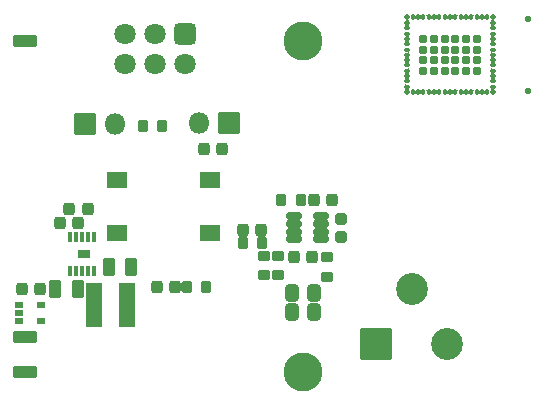
<source format=gts>
G04 #@! TF.GenerationSoftware,KiCad,Pcbnew,(6.0.7)*
G04 #@! TF.CreationDate,2022-10-27T11:46:26+02:00*
G04 #@! TF.ProjectId,Steuerung,53746575-6572-4756-9e67-2e6b69636164,rev?*
G04 #@! TF.SameCoordinates,Original*
G04 #@! TF.FileFunction,Soldermask,Top*
G04 #@! TF.FilePolarity,Negative*
%FSLAX46Y46*%
G04 Gerber Fmt 4.6, Leading zero omitted, Abs format (unit mm)*
G04 Created by KiCad (PCBNEW (6.0.7)) date 2022-10-27 11:46:26*
%MOMM*%
%LPD*%
G01*
G04 APERTURE LIST*
G04 Aperture macros list*
%AMRoundRect*
0 Rectangle with rounded corners*
0 $1 Rounding radius*
0 $2 $3 $4 $5 $6 $7 $8 $9 X,Y pos of 4 corners*
0 Add a 4 corners polygon primitive as box body*
4,1,4,$2,$3,$4,$5,$6,$7,$8,$9,$2,$3,0*
0 Add four circle primitives for the rounded corners*
1,1,$1+$1,$2,$3*
1,1,$1+$1,$4,$5*
1,1,$1+$1,$6,$7*
1,1,$1+$1,$8,$9*
0 Add four rect primitives between the rounded corners*
20,1,$1+$1,$2,$3,$4,$5,0*
20,1,$1+$1,$4,$5,$6,$7,0*
20,1,$1+$1,$6,$7,$8,$9,0*
20,1,$1+$1,$8,$9,$2,$3,0*%
G04 Aperture macros list end*
%ADD10RoundRect,0.275000X0.225000X0.250000X-0.225000X0.250000X-0.225000X-0.250000X0.225000X-0.250000X0*%
%ADD11RoundRect,0.250000X-0.200000X-0.275000X0.200000X-0.275000X0.200000X0.275000X-0.200000X0.275000X0*%
%ADD12RoundRect,0.300000X-0.750000X-0.250000X0.750000X-0.250000X0.750000X0.250000X-0.750000X0.250000X0*%
%ADD13RoundRect,0.300000X0.250000X0.475000X-0.250000X0.475000X-0.250000X-0.475000X0.250000X-0.475000X0*%
%ADD14RoundRect,0.275000X0.250000X-0.225000X0.250000X0.225000X-0.250000X0.225000X-0.250000X-0.225000X0*%
%ADD15RoundRect,0.137500X-0.087500X0.087500X-0.087500X-0.087500X0.087500X-0.087500X0.087500X0.087500X0*%
%ADD16RoundRect,0.125000X-0.075000X0.100000X-0.075000X-0.100000X0.075000X-0.100000X0.075000X0.100000X0*%
%ADD17RoundRect,0.125000X-0.100000X-0.075000X0.100000X-0.075000X0.100000X0.075000X-0.100000X0.075000X0*%
%ADD18RoundRect,0.125000X0.075000X-0.100000X0.075000X0.100000X-0.075000X0.100000X-0.075000X-0.100000X0*%
%ADD19RoundRect,0.125000X0.100000X0.075000X-0.100000X0.075000X-0.100000X-0.075000X0.100000X-0.075000X0*%
%ADD20RoundRect,0.200000X0.150000X0.150000X-0.150000X0.150000X-0.150000X-0.150000X0.150000X-0.150000X0*%
%ADD21RoundRect,0.157500X0.107500X0.107500X-0.107500X0.107500X-0.107500X-0.107500X0.107500X-0.107500X0*%
%ADD22RoundRect,0.268750X-0.218750X-0.256250X0.218750X-0.256250X0.218750X0.256250X-0.218750X0.256250X0*%
%ADD23RoundRect,0.050000X-0.325000X-0.200000X0.325000X-0.200000X0.325000X0.200000X-0.325000X0.200000X0*%
%ADD24RoundRect,0.050000X0.775000X0.650000X-0.775000X0.650000X-0.775000X-0.650000X0.775000X-0.650000X0*%
%ADD25C,3.300000*%
%ADD26RoundRect,0.250000X-0.275000X0.200000X-0.275000X-0.200000X0.275000X-0.200000X0.275000X0.200000X0*%
%ADD27RoundRect,0.050000X-0.600000X-1.850000X0.600000X-1.850000X0.600000X1.850000X-0.600000X1.850000X0*%
%ADD28RoundRect,0.050000X1.300000X-1.300000X1.300000X1.300000X-1.300000X1.300000X-1.300000X-1.300000X0*%
%ADD29C,2.700000*%
%ADD30RoundRect,0.112500X-0.062500X0.350000X-0.062500X-0.350000X0.062500X-0.350000X0.062500X0.350000X0*%
%ADD31RoundRect,0.205000X-0.335000X0.155000X-0.335000X-0.155000X0.335000X-0.155000X0.335000X0.155000X0*%
%ADD32RoundRect,0.250000X0.200000X0.275000X-0.200000X0.275000X-0.200000X-0.275000X0.200000X-0.275000X0*%
%ADD33RoundRect,0.300000X-0.600000X0.600000X-0.600000X-0.600000X0.600000X-0.600000X0.600000X0.600000X0*%
%ADD34C,1.800000*%
%ADD35RoundRect,0.050000X-0.850000X0.850000X-0.850000X-0.850000X0.850000X-0.850000X0.850000X0.850000X0*%
%ADD36O,1.800000X1.800000*%
%ADD37RoundRect,0.050000X0.850000X-0.850000X0.850000X0.850000X-0.850000X0.850000X-0.850000X-0.850000X0*%
%ADD38RoundRect,0.300000X-0.262500X-0.450000X0.262500X-0.450000X0.262500X0.450000X-0.262500X0.450000X0*%
%ADD39RoundRect,0.175000X0.537500X0.125000X-0.537500X0.125000X-0.537500X-0.125000X0.537500X-0.125000X0*%
%ADD40RoundRect,0.275000X-0.225000X-0.250000X0.225000X-0.250000X0.225000X0.250000X-0.225000X0.250000X0*%
G04 APERTURE END LIST*
D10*
X154775000Y-91700000D03*
X153225000Y-91700000D03*
D11*
X167925000Y-94600000D03*
X169575000Y-94600000D03*
D12*
X149500000Y-105500000D03*
D13*
X153950000Y-98500000D03*
X152050000Y-98500000D03*
D14*
X176200000Y-94075000D03*
X176200000Y-92525000D03*
D13*
X158450000Y-96600000D03*
X156550000Y-96600000D03*
D15*
X189075000Y-75475000D03*
D16*
X188600000Y-75475000D03*
X188150000Y-75475000D03*
X187700000Y-75475000D03*
X187250000Y-75475000D03*
X186800000Y-75475000D03*
X186350000Y-75475000D03*
X185900000Y-75475000D03*
X185450000Y-75475000D03*
X185000000Y-75475000D03*
X184550000Y-75475000D03*
X184100000Y-75475000D03*
X183650000Y-75475000D03*
X183200000Y-75475000D03*
X182750000Y-75475000D03*
X182300000Y-75475000D03*
D15*
X181825000Y-75475000D03*
D17*
X181825000Y-75950000D03*
X181825000Y-76400000D03*
X181825000Y-76850000D03*
X181825000Y-77300000D03*
X181825000Y-77750000D03*
X181825000Y-78200000D03*
X181825000Y-78650000D03*
X181825000Y-79100000D03*
X181825000Y-79550000D03*
X181825000Y-80000000D03*
X181825000Y-80450000D03*
X181825000Y-80900000D03*
X181825000Y-81350000D03*
D15*
X181825000Y-81825000D03*
D18*
X182300000Y-81825000D03*
X182750000Y-81825000D03*
X183200000Y-81825000D03*
X183650000Y-81825000D03*
X184100000Y-81825000D03*
X184550000Y-81825000D03*
X185000000Y-81825000D03*
X185450000Y-81825000D03*
X185900000Y-81825000D03*
X186350000Y-81825000D03*
X186800000Y-81825000D03*
X187250000Y-81825000D03*
X187700000Y-81825000D03*
X188150000Y-81825000D03*
D16*
X188600000Y-81825000D03*
D15*
X189075000Y-81825000D03*
D19*
X189075000Y-81350000D03*
X189075000Y-80900000D03*
X189075000Y-80450000D03*
X189075000Y-80000000D03*
X189075000Y-79550000D03*
X189075000Y-79100000D03*
X189075000Y-78650000D03*
X189075000Y-78200000D03*
X189075000Y-77750000D03*
X189075000Y-77300000D03*
X189075000Y-76850000D03*
X189075000Y-76400000D03*
X189075000Y-75950000D03*
D20*
X187700000Y-77300000D03*
X186800000Y-77300000D03*
X185900000Y-77300000D03*
X185000000Y-77300000D03*
X184100000Y-77300000D03*
X183200000Y-77300000D03*
X183200000Y-78200000D03*
X183200000Y-79100000D03*
X183200000Y-80000000D03*
X184100000Y-80000000D03*
X185000000Y-80000000D03*
X185900000Y-80000000D03*
X186800000Y-80000000D03*
X187700000Y-80000000D03*
X187700000Y-79100000D03*
X187700000Y-78200000D03*
X186800000Y-78200000D03*
X185900000Y-78200000D03*
X185000000Y-78200000D03*
X184100000Y-78200000D03*
X184100000Y-79100000D03*
X185000000Y-79100000D03*
X185900000Y-79100000D03*
X186800000Y-79100000D03*
D21*
X192035000Y-75600000D03*
X192035000Y-81700000D03*
D22*
X160612500Y-98300000D03*
X162187500Y-98300000D03*
D23*
X148950000Y-99850000D03*
X148950000Y-100500000D03*
X148950000Y-101150000D03*
X150850000Y-101150000D03*
X150850000Y-99850000D03*
D24*
X157225000Y-93750000D03*
X165175000Y-93750000D03*
X157225000Y-89250000D03*
X165175000Y-89250000D03*
D25*
X173000000Y-105500000D03*
D10*
X153975000Y-92900000D03*
X152425000Y-92900000D03*
X150775000Y-98500000D03*
X149225000Y-98500000D03*
D26*
X169700000Y-95675000D03*
X169700000Y-97325000D03*
D27*
X155300000Y-99800000D03*
X158100000Y-99800000D03*
D28*
X179200000Y-103150000D03*
D29*
X185200000Y-103150000D03*
X182200000Y-98450000D03*
D25*
X173000000Y-77500000D03*
D11*
X159425000Y-84700000D03*
X161075000Y-84700000D03*
D30*
X155300000Y-94037500D03*
X154800000Y-94037500D03*
X154300000Y-94037500D03*
X153800000Y-94037500D03*
X153300000Y-94037500D03*
X153300000Y-96962500D03*
X153800000Y-96962500D03*
X154300000Y-96962500D03*
X154800000Y-96962500D03*
X155300000Y-96962500D03*
D31*
X154450000Y-95500000D03*
D32*
X172825000Y-90900000D03*
X171175000Y-90900000D03*
X164825000Y-98300000D03*
X163175000Y-98300000D03*
D33*
X163045000Y-76847500D03*
D34*
X163045000Y-79387500D03*
X160505000Y-76847500D03*
X160505000Y-79387500D03*
X157965000Y-76847500D03*
X157965000Y-79387500D03*
D10*
X166175000Y-86600000D03*
X164625000Y-86600000D03*
D35*
X166750000Y-84450000D03*
D36*
X164210000Y-84450000D03*
D12*
X149500000Y-77500000D03*
D37*
X154525000Y-84500000D03*
D36*
X157065000Y-84500000D03*
D10*
X169475000Y-93500000D03*
X167925000Y-93500000D03*
D12*
X149500000Y-102500000D03*
D38*
X172087500Y-98800000D03*
X173912500Y-98800000D03*
X172087500Y-100400000D03*
X173912500Y-100400000D03*
D39*
X174537500Y-94275000D03*
X174537500Y-93625000D03*
X174537500Y-92975000D03*
X174537500Y-92325000D03*
X172262500Y-92325000D03*
X172262500Y-92975000D03*
X172262500Y-93625000D03*
X172262500Y-94275000D03*
D40*
X172225000Y-95800000D03*
X173775000Y-95800000D03*
D26*
X170900000Y-95675000D03*
X170900000Y-97325000D03*
X175000000Y-95775000D03*
X175000000Y-97425000D03*
D40*
X173925000Y-90900000D03*
X175475000Y-90900000D03*
G36*
X162742462Y-97946365D02*
G01*
X162742497Y-97947292D01*
X162727000Y-98025199D01*
X162727000Y-98574801D01*
X162742538Y-98652916D01*
X162741895Y-98654810D01*
X162739933Y-98655200D01*
X162739198Y-98654756D01*
X162714144Y-98630938D01*
X162677506Y-98631865D01*
X162657795Y-98651217D01*
X162655859Y-98651717D01*
X162654457Y-98650290D01*
X162654432Y-98649400D01*
X162673000Y-98556051D01*
X162673000Y-98043949D01*
X162654362Y-97950250D01*
X162655005Y-97948356D01*
X162656967Y-97947966D01*
X162657675Y-97948385D01*
X162680623Y-97969413D01*
X162717237Y-97967814D01*
X162739107Y-97945502D01*
X162741033Y-97944965D01*
X162742462Y-97946365D01*
G37*
G36*
X169825899Y-93991464D02*
G01*
X169825378Y-93992946D01*
X169802309Y-94018121D01*
X169803908Y-94054735D01*
X169828182Y-94078527D01*
X169848993Y-94087728D01*
X169850172Y-94089343D01*
X169849364Y-94091172D01*
X169847794Y-94091519D01*
X169774801Y-94077000D01*
X169375199Y-94077000D01*
X169280108Y-94095915D01*
X169220854Y-94135507D01*
X169218858Y-94135638D01*
X169217747Y-94133975D01*
X169218328Y-94132431D01*
X169232470Y-94118264D01*
X169233073Y-94117849D01*
X169239270Y-94115097D01*
X169264792Y-94088249D01*
X169263865Y-94051652D01*
X169237107Y-94026215D01*
X169226300Y-94023466D01*
X169179780Y-94017342D01*
X169179196Y-94017172D01*
X169163210Y-94009718D01*
X169162063Y-94008079D01*
X169162908Y-94006267D01*
X169164445Y-94005943D01*
X169250199Y-94023000D01*
X169699801Y-94023000D01*
X169804459Y-94002182D01*
X169822792Y-93989932D01*
X169824788Y-93989801D01*
X169825899Y-93991464D01*
G37*
G36*
X167700199Y-94023000D02*
G01*
X168149801Y-94023000D01*
X168235552Y-94005943D01*
X168237446Y-94006586D01*
X168237836Y-94008548D01*
X168236787Y-94009718D01*
X168228667Y-94013505D01*
X168203641Y-94040815D01*
X168205240Y-94077429D01*
X168220376Y-94092265D01*
X168220913Y-94094191D01*
X168219513Y-94095620D01*
X168218586Y-94095655D01*
X168124801Y-94077000D01*
X167725199Y-94077000D01*
X167630697Y-94095797D01*
X167628803Y-94095154D01*
X167628413Y-94093192D01*
X167628857Y-94092457D01*
X167646060Y-94074361D01*
X167645133Y-94037722D01*
X167621377Y-94013526D01*
X167613208Y-94009717D01*
X167612061Y-94008078D01*
X167612906Y-94006266D01*
X167614443Y-94005942D01*
X167700199Y-94023000D01*
G37*
G36*
X172870706Y-93910385D02*
G01*
X172870373Y-93911627D01*
X172850969Y-93940668D01*
X172858155Y-93976794D01*
X172868239Y-93986878D01*
X172868757Y-93988810D01*
X172867343Y-93990224D01*
X172866435Y-93990254D01*
X172799801Y-93977000D01*
X171725199Y-93977000D01*
X171658810Y-93990206D01*
X171657401Y-93991147D01*
X171655406Y-93991278D01*
X171654294Y-93989615D01*
X171654627Y-93988373D01*
X171674031Y-93959332D01*
X171666845Y-93923206D01*
X171656761Y-93913122D01*
X171656243Y-93911190D01*
X171657657Y-93909776D01*
X171658565Y-93909746D01*
X171725199Y-93923000D01*
X172799801Y-93923000D01*
X172866190Y-93909794D01*
X172867599Y-93908853D01*
X172869594Y-93908722D01*
X172870706Y-93910385D01*
G37*
G36*
X175145706Y-93910385D02*
G01*
X175145373Y-93911627D01*
X175125969Y-93940668D01*
X175133155Y-93976794D01*
X175143239Y-93986878D01*
X175143757Y-93988810D01*
X175142343Y-93990224D01*
X175141435Y-93990254D01*
X175074801Y-93977000D01*
X174000199Y-93977000D01*
X173933810Y-93990206D01*
X173932401Y-93991147D01*
X173930406Y-93991278D01*
X173929294Y-93989615D01*
X173929627Y-93988373D01*
X173949031Y-93959332D01*
X173941845Y-93923206D01*
X173931761Y-93913122D01*
X173931243Y-93911190D01*
X173932657Y-93909776D01*
X173933565Y-93909746D01*
X174000199Y-93923000D01*
X175074801Y-93923000D01*
X175141190Y-93909794D01*
X175142599Y-93908853D01*
X175144594Y-93908722D01*
X175145706Y-93910385D01*
G37*
G36*
X175145706Y-93260385D02*
G01*
X175145373Y-93261627D01*
X175125969Y-93290668D01*
X175133155Y-93326794D01*
X175143239Y-93336878D01*
X175143757Y-93338810D01*
X175142343Y-93340224D01*
X175141435Y-93340254D01*
X175074801Y-93327000D01*
X174000199Y-93327000D01*
X173933810Y-93340206D01*
X173932401Y-93341147D01*
X173930406Y-93341278D01*
X173929294Y-93339615D01*
X173929627Y-93338373D01*
X173949031Y-93309332D01*
X173941845Y-93273206D01*
X173931761Y-93263122D01*
X173931243Y-93261190D01*
X173932657Y-93259776D01*
X173933565Y-93259746D01*
X174000199Y-93273000D01*
X175074801Y-93273000D01*
X175141190Y-93259794D01*
X175142599Y-93258853D01*
X175144594Y-93258722D01*
X175145706Y-93260385D01*
G37*
G36*
X172870706Y-93260385D02*
G01*
X172870373Y-93261627D01*
X172850969Y-93290668D01*
X172858155Y-93326794D01*
X172868239Y-93336878D01*
X172868757Y-93338810D01*
X172867343Y-93340224D01*
X172866435Y-93340254D01*
X172799801Y-93327000D01*
X171725199Y-93327000D01*
X171658810Y-93340206D01*
X171657401Y-93341147D01*
X171655406Y-93341278D01*
X171654294Y-93339615D01*
X171654627Y-93338373D01*
X171674031Y-93309332D01*
X171666845Y-93273206D01*
X171656761Y-93263122D01*
X171656243Y-93261190D01*
X171657657Y-93259776D01*
X171658565Y-93259746D01*
X171725199Y-93273000D01*
X172799801Y-93273000D01*
X172866190Y-93259794D01*
X172867599Y-93258853D01*
X172869594Y-93258722D01*
X172870706Y-93260385D01*
G37*
G36*
X175145706Y-92610385D02*
G01*
X175145373Y-92611627D01*
X175125969Y-92640668D01*
X175133155Y-92676794D01*
X175143239Y-92686878D01*
X175143757Y-92688810D01*
X175142343Y-92690224D01*
X175141435Y-92690254D01*
X175074801Y-92677000D01*
X174000199Y-92677000D01*
X173933810Y-92690206D01*
X173932401Y-92691147D01*
X173930406Y-92691278D01*
X173929294Y-92689615D01*
X173929627Y-92688373D01*
X173949031Y-92659332D01*
X173941845Y-92623206D01*
X173931761Y-92613122D01*
X173931243Y-92611190D01*
X173932657Y-92609776D01*
X173933565Y-92609746D01*
X174000199Y-92623000D01*
X175074801Y-92623000D01*
X175141190Y-92609794D01*
X175142599Y-92608853D01*
X175144594Y-92608722D01*
X175145706Y-92610385D01*
G37*
G36*
X172870706Y-92610385D02*
G01*
X172870373Y-92611627D01*
X172850969Y-92640668D01*
X172858155Y-92676794D01*
X172868239Y-92686878D01*
X172868757Y-92688810D01*
X172867343Y-92690224D01*
X172866435Y-92690254D01*
X172799801Y-92677000D01*
X171725199Y-92677000D01*
X171658810Y-92690206D01*
X171657401Y-92691147D01*
X171655406Y-92691278D01*
X171654294Y-92689615D01*
X171654627Y-92688373D01*
X171674031Y-92659332D01*
X171666845Y-92623206D01*
X171656761Y-92613122D01*
X171656243Y-92611190D01*
X171657657Y-92609776D01*
X171658565Y-92609746D01*
X171725199Y-92623000D01*
X172799801Y-92623000D01*
X172866190Y-92609794D01*
X172867599Y-92608853D01*
X172869594Y-92608722D01*
X172870706Y-92610385D01*
G37*
G36*
X186536626Y-81668064D02*
G01*
X186565667Y-81687469D01*
X186601794Y-81680283D01*
X186611675Y-81670402D01*
X186613607Y-81669884D01*
X186615021Y-81671298D01*
X186614752Y-81672927D01*
X186611400Y-81677944D01*
X186602000Y-81725199D01*
X186602000Y-81924801D01*
X186611400Y-81972056D01*
X186616148Y-81979162D01*
X186616279Y-81981158D01*
X186614616Y-81982269D01*
X186613374Y-81981936D01*
X186584333Y-81962531D01*
X186548206Y-81969717D01*
X186538325Y-81979598D01*
X186536393Y-81980116D01*
X186534979Y-81978702D01*
X186535248Y-81977073D01*
X186538600Y-81972056D01*
X186548000Y-81924801D01*
X186548000Y-81725199D01*
X186538600Y-81677944D01*
X186533852Y-81670838D01*
X186533721Y-81668842D01*
X186535384Y-81667731D01*
X186536626Y-81668064D01*
G37*
G36*
X186086626Y-81668064D02*
G01*
X186115667Y-81687469D01*
X186151794Y-81680283D01*
X186161675Y-81670402D01*
X186163607Y-81669884D01*
X186165021Y-81671298D01*
X186164752Y-81672927D01*
X186161400Y-81677944D01*
X186152000Y-81725199D01*
X186152000Y-81924801D01*
X186161400Y-81972056D01*
X186166148Y-81979162D01*
X186166279Y-81981158D01*
X186164616Y-81982269D01*
X186163374Y-81981936D01*
X186134333Y-81962531D01*
X186098206Y-81969717D01*
X186088325Y-81979598D01*
X186086393Y-81980116D01*
X186084979Y-81978702D01*
X186085248Y-81977073D01*
X186088600Y-81972056D01*
X186098000Y-81924801D01*
X186098000Y-81725199D01*
X186088600Y-81677944D01*
X186083852Y-81670838D01*
X186083721Y-81668842D01*
X186085384Y-81667731D01*
X186086626Y-81668064D01*
G37*
G36*
X188336626Y-81668064D02*
G01*
X188365667Y-81687469D01*
X188401794Y-81680283D01*
X188411675Y-81670402D01*
X188413607Y-81669884D01*
X188415021Y-81671298D01*
X188414752Y-81672927D01*
X188411400Y-81677944D01*
X188402000Y-81725199D01*
X188402000Y-81924801D01*
X188411400Y-81972056D01*
X188416148Y-81979162D01*
X188416279Y-81981158D01*
X188414616Y-81982269D01*
X188413374Y-81981936D01*
X188384333Y-81962531D01*
X188348206Y-81969717D01*
X188338325Y-81979598D01*
X188336393Y-81980116D01*
X188334979Y-81978702D01*
X188335248Y-81977073D01*
X188338600Y-81972056D01*
X188348000Y-81924801D01*
X188348000Y-81725199D01*
X188338600Y-81677944D01*
X188333852Y-81670838D01*
X188333721Y-81668842D01*
X188335384Y-81667731D01*
X188336626Y-81668064D01*
G37*
G36*
X184736626Y-81668064D02*
G01*
X184765667Y-81687469D01*
X184801794Y-81680283D01*
X184811675Y-81670402D01*
X184813607Y-81669884D01*
X184815021Y-81671298D01*
X184814752Y-81672927D01*
X184811400Y-81677944D01*
X184802000Y-81725199D01*
X184802000Y-81924801D01*
X184811400Y-81972056D01*
X184816148Y-81979162D01*
X184816279Y-81981158D01*
X184814616Y-81982269D01*
X184813374Y-81981936D01*
X184784333Y-81962531D01*
X184748206Y-81969717D01*
X184738325Y-81979598D01*
X184736393Y-81980116D01*
X184734979Y-81978702D01*
X184735248Y-81977073D01*
X184738600Y-81972056D01*
X184748000Y-81924801D01*
X184748000Y-81725199D01*
X184738600Y-81677944D01*
X184733852Y-81670838D01*
X184733721Y-81668842D01*
X184735384Y-81667731D01*
X184736626Y-81668064D01*
G37*
G36*
X185636626Y-81668064D02*
G01*
X185665667Y-81687469D01*
X185701794Y-81680283D01*
X185711675Y-81670402D01*
X185713607Y-81669884D01*
X185715021Y-81671298D01*
X185714752Y-81672927D01*
X185711400Y-81677944D01*
X185702000Y-81725199D01*
X185702000Y-81924801D01*
X185711400Y-81972056D01*
X185716148Y-81979162D01*
X185716279Y-81981158D01*
X185714616Y-81982269D01*
X185713374Y-81981936D01*
X185684333Y-81962531D01*
X185648206Y-81969717D01*
X185638325Y-81979598D01*
X185636393Y-81980116D01*
X185634979Y-81978702D01*
X185635248Y-81977073D01*
X185638600Y-81972056D01*
X185648000Y-81924801D01*
X185648000Y-81725199D01*
X185638600Y-81677944D01*
X185633852Y-81670838D01*
X185633721Y-81668842D01*
X185635384Y-81667731D01*
X185636626Y-81668064D01*
G37*
G36*
X183836626Y-81668064D02*
G01*
X183865667Y-81687469D01*
X183901794Y-81680283D01*
X183911675Y-81670402D01*
X183913607Y-81669884D01*
X183915021Y-81671298D01*
X183914752Y-81672927D01*
X183911400Y-81677944D01*
X183902000Y-81725199D01*
X183902000Y-81924801D01*
X183911400Y-81972056D01*
X183916148Y-81979162D01*
X183916279Y-81981158D01*
X183914616Y-81982269D01*
X183913374Y-81981936D01*
X183884333Y-81962531D01*
X183848206Y-81969717D01*
X183838325Y-81979598D01*
X183836393Y-81980116D01*
X183834979Y-81978702D01*
X183835248Y-81977073D01*
X183838600Y-81972056D01*
X183848000Y-81924801D01*
X183848000Y-81725199D01*
X183838600Y-81677944D01*
X183833852Y-81670838D01*
X183833721Y-81668842D01*
X183835384Y-81667731D01*
X183836626Y-81668064D01*
G37*
G36*
X186986626Y-81668064D02*
G01*
X187015667Y-81687469D01*
X187051794Y-81680283D01*
X187061675Y-81670402D01*
X187063607Y-81669884D01*
X187065021Y-81671298D01*
X187064752Y-81672927D01*
X187061400Y-81677944D01*
X187052000Y-81725199D01*
X187052000Y-81924801D01*
X187061400Y-81972056D01*
X187066148Y-81979162D01*
X187066279Y-81981158D01*
X187064616Y-81982269D01*
X187063374Y-81981936D01*
X187034333Y-81962531D01*
X186998206Y-81969717D01*
X186988325Y-81979598D01*
X186986393Y-81980116D01*
X186984979Y-81978702D01*
X186985248Y-81977073D01*
X186988600Y-81972056D01*
X186998000Y-81924801D01*
X186998000Y-81725199D01*
X186988600Y-81677944D01*
X186983852Y-81670838D01*
X186983721Y-81668842D01*
X186985384Y-81667731D01*
X186986626Y-81668064D01*
G37*
G36*
X182936626Y-81668064D02*
G01*
X182965667Y-81687469D01*
X183001794Y-81680283D01*
X183011675Y-81670402D01*
X183013607Y-81669884D01*
X183015021Y-81671298D01*
X183014752Y-81672927D01*
X183011400Y-81677944D01*
X183002000Y-81725199D01*
X183002000Y-81924801D01*
X183011400Y-81972056D01*
X183016148Y-81979162D01*
X183016279Y-81981158D01*
X183014616Y-81982269D01*
X183013374Y-81981936D01*
X182984333Y-81962531D01*
X182948206Y-81969717D01*
X182938325Y-81979598D01*
X182936393Y-81980116D01*
X182934979Y-81978702D01*
X182935248Y-81977073D01*
X182938600Y-81972056D01*
X182948000Y-81924801D01*
X182948000Y-81725199D01*
X182938600Y-81677944D01*
X182933852Y-81670838D01*
X182933721Y-81668842D01*
X182935384Y-81667731D01*
X182936626Y-81668064D01*
G37*
G36*
X185186626Y-81668064D02*
G01*
X185215667Y-81687469D01*
X185251794Y-81680283D01*
X185261675Y-81670402D01*
X185263607Y-81669884D01*
X185265021Y-81671298D01*
X185264752Y-81672927D01*
X185261400Y-81677944D01*
X185252000Y-81725199D01*
X185252000Y-81924801D01*
X185261400Y-81972056D01*
X185266148Y-81979162D01*
X185266279Y-81981158D01*
X185264616Y-81982269D01*
X185263374Y-81981936D01*
X185234333Y-81962531D01*
X185198206Y-81969717D01*
X185188325Y-81979598D01*
X185186393Y-81980116D01*
X185184979Y-81978702D01*
X185185248Y-81977073D01*
X185188600Y-81972056D01*
X185198000Y-81924801D01*
X185198000Y-81725199D01*
X185188600Y-81677944D01*
X185183852Y-81670838D01*
X185183721Y-81668842D01*
X185185384Y-81667731D01*
X185186626Y-81668064D01*
G37*
G36*
X184286626Y-81668064D02*
G01*
X184315667Y-81687469D01*
X184351794Y-81680283D01*
X184361675Y-81670402D01*
X184363607Y-81669884D01*
X184365021Y-81671298D01*
X184364752Y-81672927D01*
X184361400Y-81677944D01*
X184352000Y-81725199D01*
X184352000Y-81924801D01*
X184361400Y-81972056D01*
X184366148Y-81979162D01*
X184366279Y-81981158D01*
X184364616Y-81982269D01*
X184363374Y-81981936D01*
X184334333Y-81962531D01*
X184298206Y-81969717D01*
X184288325Y-81979598D01*
X184286393Y-81980116D01*
X184284979Y-81978702D01*
X184285248Y-81977073D01*
X184288600Y-81972056D01*
X184298000Y-81924801D01*
X184298000Y-81725199D01*
X184288600Y-81677944D01*
X184283852Y-81670838D01*
X184283721Y-81668842D01*
X184285384Y-81667731D01*
X184286626Y-81668064D01*
G37*
G36*
X183386626Y-81668064D02*
G01*
X183415667Y-81687469D01*
X183451794Y-81680283D01*
X183461675Y-81670402D01*
X183463607Y-81669884D01*
X183465021Y-81671298D01*
X183464752Y-81672927D01*
X183461400Y-81677944D01*
X183452000Y-81725199D01*
X183452000Y-81924801D01*
X183461400Y-81972056D01*
X183466148Y-81979162D01*
X183466279Y-81981158D01*
X183464616Y-81982269D01*
X183463374Y-81981936D01*
X183434333Y-81962531D01*
X183398206Y-81969717D01*
X183388325Y-81979598D01*
X183386393Y-81980116D01*
X183384979Y-81978702D01*
X183385248Y-81977073D01*
X183388600Y-81972056D01*
X183398000Y-81924801D01*
X183398000Y-81725199D01*
X183388600Y-81677944D01*
X183383852Y-81670838D01*
X183383721Y-81668842D01*
X183385384Y-81667731D01*
X183386626Y-81668064D01*
G37*
G36*
X187886626Y-81668064D02*
G01*
X187915667Y-81687469D01*
X187951794Y-81680283D01*
X187961675Y-81670402D01*
X187963607Y-81669884D01*
X187965021Y-81671298D01*
X187964752Y-81672927D01*
X187961400Y-81677944D01*
X187952000Y-81725199D01*
X187952000Y-81924801D01*
X187961400Y-81972056D01*
X187966148Y-81979162D01*
X187966279Y-81981158D01*
X187964616Y-81982269D01*
X187963374Y-81981936D01*
X187934333Y-81962531D01*
X187898206Y-81969717D01*
X187888325Y-81979598D01*
X187886393Y-81980116D01*
X187884979Y-81978702D01*
X187885248Y-81977073D01*
X187888600Y-81972056D01*
X187898000Y-81924801D01*
X187898000Y-81725199D01*
X187888600Y-81677944D01*
X187883852Y-81670838D01*
X187883721Y-81668842D01*
X187885384Y-81667731D01*
X187886626Y-81668064D01*
G37*
G36*
X182486626Y-81668064D02*
G01*
X182515667Y-81687469D01*
X182551794Y-81680283D01*
X182561675Y-81670402D01*
X182563607Y-81669884D01*
X182565021Y-81671298D01*
X182564752Y-81672927D01*
X182561400Y-81677944D01*
X182552000Y-81725199D01*
X182552000Y-81924801D01*
X182561400Y-81972056D01*
X182566148Y-81979162D01*
X182566279Y-81981158D01*
X182564616Y-81982269D01*
X182563374Y-81981936D01*
X182534333Y-81962531D01*
X182498206Y-81969717D01*
X182488325Y-81979598D01*
X182486393Y-81980116D01*
X182484979Y-81978702D01*
X182485248Y-81977073D01*
X182488600Y-81972056D01*
X182498000Y-81924801D01*
X182498000Y-81725199D01*
X182488600Y-81677944D01*
X182483852Y-81670838D01*
X182483721Y-81668842D01*
X182485384Y-81667731D01*
X182486626Y-81668064D01*
G37*
G36*
X187436626Y-81668064D02*
G01*
X187465667Y-81687469D01*
X187501794Y-81680283D01*
X187511675Y-81670402D01*
X187513607Y-81669884D01*
X187515021Y-81671298D01*
X187514752Y-81672927D01*
X187511400Y-81677944D01*
X187502000Y-81725199D01*
X187502000Y-81924801D01*
X187511400Y-81972056D01*
X187516148Y-81979162D01*
X187516279Y-81981158D01*
X187514616Y-81982269D01*
X187513374Y-81981936D01*
X187484333Y-81962531D01*
X187448206Y-81969717D01*
X187438325Y-81979598D01*
X187436393Y-81980116D01*
X187434979Y-81978702D01*
X187435248Y-81977073D01*
X187438600Y-81972056D01*
X187448000Y-81924801D01*
X187448000Y-81725199D01*
X187438600Y-81677944D01*
X187433852Y-81670838D01*
X187433721Y-81668842D01*
X187435384Y-81667731D01*
X187436626Y-81668064D01*
G37*
G36*
X188789679Y-81672634D02*
G01*
X188818722Y-81692039D01*
X188854848Y-81684853D01*
X188864731Y-81674969D01*
X188866663Y-81674451D01*
X188868077Y-81675865D01*
X188867808Y-81677494D01*
X188862352Y-81685660D01*
X188852000Y-81737699D01*
X188852000Y-81912301D01*
X188862352Y-81964340D01*
X188869203Y-81974593D01*
X188869334Y-81976589D01*
X188867671Y-81977700D01*
X188866429Y-81977367D01*
X188837387Y-81957961D01*
X188801261Y-81965147D01*
X188791377Y-81975030D01*
X188789445Y-81975548D01*
X188788031Y-81974134D01*
X188788300Y-81972505D01*
X188788600Y-81972055D01*
X188798000Y-81924801D01*
X188798000Y-81725199D01*
X188788600Y-81677945D01*
X188786905Y-81675408D01*
X188786774Y-81673413D01*
X188788437Y-81672301D01*
X188789679Y-81672634D01*
G37*
G36*
X182033571Y-81672633D02*
G01*
X182062613Y-81692039D01*
X182098739Y-81684853D01*
X182108623Y-81674970D01*
X182110555Y-81674452D01*
X182111969Y-81675866D01*
X182111700Y-81677495D01*
X182111400Y-81677945D01*
X182102000Y-81725199D01*
X182102000Y-81924801D01*
X182111400Y-81972055D01*
X182113095Y-81974592D01*
X182113226Y-81976587D01*
X182111563Y-81977699D01*
X182110321Y-81977366D01*
X182081278Y-81957961D01*
X182045152Y-81965147D01*
X182035269Y-81975031D01*
X182033337Y-81975549D01*
X182031923Y-81974135D01*
X182032192Y-81972506D01*
X182037648Y-81964340D01*
X182048000Y-81912301D01*
X182048000Y-81737699D01*
X182037648Y-81685660D01*
X182030797Y-81675407D01*
X182030666Y-81673411D01*
X182032329Y-81672300D01*
X182033571Y-81672633D01*
G37*
G36*
X181977699Y-81538437D02*
G01*
X181977366Y-81539679D01*
X181957961Y-81568722D01*
X181965147Y-81604848D01*
X181975031Y-81614731D01*
X181975549Y-81616663D01*
X181974135Y-81618077D01*
X181972506Y-81617808D01*
X181964340Y-81612352D01*
X181912301Y-81602000D01*
X181737699Y-81602000D01*
X181685660Y-81612352D01*
X181675407Y-81619203D01*
X181673411Y-81619334D01*
X181672300Y-81617671D01*
X181672633Y-81616429D01*
X181692039Y-81587387D01*
X181684853Y-81551261D01*
X181674970Y-81541377D01*
X181674452Y-81539445D01*
X181675866Y-81538031D01*
X181677495Y-81538300D01*
X181677945Y-81538600D01*
X181725199Y-81548000D01*
X181924801Y-81548000D01*
X181972055Y-81538600D01*
X181974592Y-81536905D01*
X181976587Y-81536774D01*
X181977699Y-81538437D01*
G37*
G36*
X189227699Y-81538437D02*
G01*
X189227366Y-81539679D01*
X189207961Y-81568722D01*
X189215147Y-81604848D01*
X189225031Y-81614731D01*
X189225549Y-81616663D01*
X189224135Y-81618077D01*
X189222506Y-81617808D01*
X189214340Y-81612352D01*
X189162301Y-81602000D01*
X188987699Y-81602000D01*
X188935660Y-81612352D01*
X188925407Y-81619203D01*
X188923411Y-81619334D01*
X188922300Y-81617671D01*
X188922633Y-81616429D01*
X188942039Y-81587387D01*
X188934853Y-81551261D01*
X188924970Y-81541377D01*
X188924452Y-81539445D01*
X188925866Y-81538031D01*
X188927495Y-81538300D01*
X188927945Y-81538600D01*
X188975199Y-81548000D01*
X189174801Y-81548000D01*
X189222055Y-81538600D01*
X189224592Y-81536905D01*
X189226587Y-81536774D01*
X189227699Y-81538437D01*
G37*
G36*
X181982269Y-81085384D02*
G01*
X181981936Y-81086626D01*
X181962531Y-81115667D01*
X181969717Y-81151794D01*
X181979598Y-81161675D01*
X181980116Y-81163607D01*
X181978702Y-81165021D01*
X181977073Y-81164752D01*
X181972056Y-81161400D01*
X181924801Y-81152000D01*
X181725199Y-81152000D01*
X181677944Y-81161400D01*
X181670838Y-81166148D01*
X181668842Y-81166279D01*
X181667731Y-81164616D01*
X181668064Y-81163374D01*
X181687469Y-81134333D01*
X181680283Y-81098206D01*
X181670402Y-81088325D01*
X181669884Y-81086393D01*
X181671298Y-81084979D01*
X181672927Y-81085248D01*
X181677944Y-81088600D01*
X181725199Y-81098000D01*
X181924801Y-81098000D01*
X181972056Y-81088600D01*
X181979162Y-81083852D01*
X181981158Y-81083721D01*
X181982269Y-81085384D01*
G37*
G36*
X189232269Y-81085384D02*
G01*
X189231936Y-81086626D01*
X189212531Y-81115667D01*
X189219717Y-81151794D01*
X189229598Y-81161675D01*
X189230116Y-81163607D01*
X189228702Y-81165021D01*
X189227073Y-81164752D01*
X189222056Y-81161400D01*
X189174801Y-81152000D01*
X188975199Y-81152000D01*
X188927944Y-81161400D01*
X188920838Y-81166148D01*
X188918842Y-81166279D01*
X188917731Y-81164616D01*
X188918064Y-81163374D01*
X188937469Y-81134333D01*
X188930283Y-81098206D01*
X188920402Y-81088325D01*
X188919884Y-81086393D01*
X188921298Y-81084979D01*
X188922927Y-81085248D01*
X188927944Y-81088600D01*
X188975199Y-81098000D01*
X189174801Y-81098000D01*
X189222056Y-81088600D01*
X189229162Y-81083852D01*
X189231158Y-81083721D01*
X189232269Y-81085384D01*
G37*
G36*
X181982269Y-80635384D02*
G01*
X181981936Y-80636626D01*
X181962531Y-80665667D01*
X181969717Y-80701794D01*
X181979598Y-80711675D01*
X181980116Y-80713607D01*
X181978702Y-80715021D01*
X181977073Y-80714752D01*
X181972056Y-80711400D01*
X181924801Y-80702000D01*
X181725199Y-80702000D01*
X181677944Y-80711400D01*
X181670838Y-80716148D01*
X181668842Y-80716279D01*
X181667731Y-80714616D01*
X181668064Y-80713374D01*
X181687469Y-80684333D01*
X181680283Y-80648206D01*
X181670402Y-80638325D01*
X181669884Y-80636393D01*
X181671298Y-80634979D01*
X181672927Y-80635248D01*
X181677944Y-80638600D01*
X181725199Y-80648000D01*
X181924801Y-80648000D01*
X181972056Y-80638600D01*
X181979162Y-80633852D01*
X181981158Y-80633721D01*
X181982269Y-80635384D01*
G37*
G36*
X189232269Y-80635384D02*
G01*
X189231936Y-80636626D01*
X189212531Y-80665667D01*
X189219717Y-80701794D01*
X189229598Y-80711675D01*
X189230116Y-80713607D01*
X189228702Y-80715021D01*
X189227073Y-80714752D01*
X189222056Y-80711400D01*
X189174801Y-80702000D01*
X188975199Y-80702000D01*
X188927944Y-80711400D01*
X188920838Y-80716148D01*
X188918842Y-80716279D01*
X188917731Y-80714616D01*
X188918064Y-80713374D01*
X188937469Y-80684333D01*
X188930283Y-80648206D01*
X188920402Y-80638325D01*
X188919884Y-80636393D01*
X188921298Y-80634979D01*
X188922927Y-80635248D01*
X188927944Y-80638600D01*
X188975199Y-80648000D01*
X189174801Y-80648000D01*
X189222056Y-80638600D01*
X189229162Y-80633852D01*
X189231158Y-80633721D01*
X189232269Y-80635384D01*
G37*
G36*
X181982269Y-80185384D02*
G01*
X181981936Y-80186626D01*
X181962531Y-80215667D01*
X181969717Y-80251794D01*
X181979598Y-80261675D01*
X181980116Y-80263607D01*
X181978702Y-80265021D01*
X181977073Y-80264752D01*
X181972056Y-80261400D01*
X181924801Y-80252000D01*
X181725199Y-80252000D01*
X181677944Y-80261400D01*
X181670838Y-80266148D01*
X181668842Y-80266279D01*
X181667731Y-80264616D01*
X181668064Y-80263374D01*
X181687469Y-80234333D01*
X181680283Y-80198206D01*
X181670402Y-80188325D01*
X181669884Y-80186393D01*
X181671298Y-80184979D01*
X181672927Y-80185248D01*
X181677944Y-80188600D01*
X181725199Y-80198000D01*
X181924801Y-80198000D01*
X181972056Y-80188600D01*
X181979162Y-80183852D01*
X181981158Y-80183721D01*
X181982269Y-80185384D01*
G37*
G36*
X189232269Y-80185384D02*
G01*
X189231936Y-80186626D01*
X189212531Y-80215667D01*
X189219717Y-80251794D01*
X189229598Y-80261675D01*
X189230116Y-80263607D01*
X189228702Y-80265021D01*
X189227073Y-80264752D01*
X189222056Y-80261400D01*
X189174801Y-80252000D01*
X188975199Y-80252000D01*
X188927944Y-80261400D01*
X188920838Y-80266148D01*
X188918842Y-80266279D01*
X188917731Y-80264616D01*
X188918064Y-80263374D01*
X188937469Y-80234333D01*
X188930283Y-80198206D01*
X188920402Y-80188325D01*
X188919884Y-80186393D01*
X188921298Y-80184979D01*
X188922927Y-80185248D01*
X188927944Y-80188600D01*
X188975199Y-80198000D01*
X189174801Y-80198000D01*
X189222056Y-80188600D01*
X189229162Y-80183852D01*
X189231158Y-80183721D01*
X189232269Y-80185384D01*
G37*
G36*
X189232269Y-79735384D02*
G01*
X189231936Y-79736626D01*
X189212531Y-79765667D01*
X189219717Y-79801794D01*
X189229598Y-79811675D01*
X189230116Y-79813607D01*
X189228702Y-79815021D01*
X189227073Y-79814752D01*
X189222056Y-79811400D01*
X189174801Y-79802000D01*
X188975199Y-79802000D01*
X188927944Y-79811400D01*
X188920838Y-79816148D01*
X188918842Y-79816279D01*
X188917731Y-79814616D01*
X188918064Y-79813374D01*
X188937469Y-79784333D01*
X188930283Y-79748206D01*
X188920402Y-79738325D01*
X188919884Y-79736393D01*
X188921298Y-79734979D01*
X188922927Y-79735248D01*
X188927944Y-79738600D01*
X188975199Y-79748000D01*
X189174801Y-79748000D01*
X189222056Y-79738600D01*
X189229162Y-79733852D01*
X189231158Y-79733721D01*
X189232269Y-79735384D01*
G37*
G36*
X181982269Y-79735384D02*
G01*
X181981936Y-79736626D01*
X181962531Y-79765667D01*
X181969717Y-79801794D01*
X181979598Y-79811675D01*
X181980116Y-79813607D01*
X181978702Y-79815021D01*
X181977073Y-79814752D01*
X181972056Y-79811400D01*
X181924801Y-79802000D01*
X181725199Y-79802000D01*
X181677944Y-79811400D01*
X181670838Y-79816148D01*
X181668842Y-79816279D01*
X181667731Y-79814616D01*
X181668064Y-79813374D01*
X181687469Y-79784333D01*
X181680283Y-79748206D01*
X181670402Y-79738325D01*
X181669884Y-79736393D01*
X181671298Y-79734979D01*
X181672927Y-79735248D01*
X181677944Y-79738600D01*
X181725199Y-79748000D01*
X181924801Y-79748000D01*
X181972056Y-79738600D01*
X181979162Y-79733852D01*
X181981158Y-79733721D01*
X181982269Y-79735384D01*
G37*
G36*
X181982269Y-79285384D02*
G01*
X181981936Y-79286626D01*
X181962531Y-79315667D01*
X181969717Y-79351794D01*
X181979598Y-79361675D01*
X181980116Y-79363607D01*
X181978702Y-79365021D01*
X181977073Y-79364752D01*
X181972056Y-79361400D01*
X181924801Y-79352000D01*
X181725199Y-79352000D01*
X181677944Y-79361400D01*
X181670838Y-79366148D01*
X181668842Y-79366279D01*
X181667731Y-79364616D01*
X181668064Y-79363374D01*
X181687469Y-79334333D01*
X181680283Y-79298206D01*
X181670402Y-79288325D01*
X181669884Y-79286393D01*
X181671298Y-79284979D01*
X181672927Y-79285248D01*
X181677944Y-79288600D01*
X181725199Y-79298000D01*
X181924801Y-79298000D01*
X181972056Y-79288600D01*
X181979162Y-79283852D01*
X181981158Y-79283721D01*
X181982269Y-79285384D01*
G37*
G36*
X189232269Y-79285384D02*
G01*
X189231936Y-79286626D01*
X189212531Y-79315667D01*
X189219717Y-79351794D01*
X189229598Y-79361675D01*
X189230116Y-79363607D01*
X189228702Y-79365021D01*
X189227073Y-79364752D01*
X189222056Y-79361400D01*
X189174801Y-79352000D01*
X188975199Y-79352000D01*
X188927944Y-79361400D01*
X188920838Y-79366148D01*
X188918842Y-79366279D01*
X188917731Y-79364616D01*
X188918064Y-79363374D01*
X188937469Y-79334333D01*
X188930283Y-79298206D01*
X188920402Y-79288325D01*
X188919884Y-79286393D01*
X188921298Y-79284979D01*
X188922927Y-79285248D01*
X188927944Y-79288600D01*
X188975199Y-79298000D01*
X189174801Y-79298000D01*
X189222056Y-79288600D01*
X189229162Y-79283852D01*
X189231158Y-79283721D01*
X189232269Y-79285384D01*
G37*
G36*
X181982269Y-78835384D02*
G01*
X181981936Y-78836626D01*
X181962531Y-78865667D01*
X181969717Y-78901794D01*
X181979598Y-78911675D01*
X181980116Y-78913607D01*
X181978702Y-78915021D01*
X181977073Y-78914752D01*
X181972056Y-78911400D01*
X181924801Y-78902000D01*
X181725199Y-78902000D01*
X181677944Y-78911400D01*
X181670838Y-78916148D01*
X181668842Y-78916279D01*
X181667731Y-78914616D01*
X181668064Y-78913374D01*
X181687469Y-78884333D01*
X181680283Y-78848206D01*
X181670402Y-78838325D01*
X181669884Y-78836393D01*
X181671298Y-78834979D01*
X181672927Y-78835248D01*
X181677944Y-78838600D01*
X181725199Y-78848000D01*
X181924801Y-78848000D01*
X181972056Y-78838600D01*
X181979162Y-78833852D01*
X181981158Y-78833721D01*
X181982269Y-78835384D01*
G37*
G36*
X189232269Y-78835384D02*
G01*
X189231936Y-78836626D01*
X189212531Y-78865667D01*
X189219717Y-78901794D01*
X189229598Y-78911675D01*
X189230116Y-78913607D01*
X189228702Y-78915021D01*
X189227073Y-78914752D01*
X189222056Y-78911400D01*
X189174801Y-78902000D01*
X188975199Y-78902000D01*
X188927944Y-78911400D01*
X188920838Y-78916148D01*
X188918842Y-78916279D01*
X188917731Y-78914616D01*
X188918064Y-78913374D01*
X188937469Y-78884333D01*
X188930283Y-78848206D01*
X188920402Y-78838325D01*
X188919884Y-78836393D01*
X188921298Y-78834979D01*
X188922927Y-78835248D01*
X188927944Y-78838600D01*
X188975199Y-78848000D01*
X189174801Y-78848000D01*
X189222056Y-78838600D01*
X189229162Y-78833852D01*
X189231158Y-78833721D01*
X189232269Y-78835384D01*
G37*
G36*
X181982269Y-78385384D02*
G01*
X181981936Y-78386626D01*
X181962531Y-78415667D01*
X181969717Y-78451794D01*
X181979598Y-78461675D01*
X181980116Y-78463607D01*
X181978702Y-78465021D01*
X181977073Y-78464752D01*
X181972056Y-78461400D01*
X181924801Y-78452000D01*
X181725199Y-78452000D01*
X181677944Y-78461400D01*
X181670838Y-78466148D01*
X181668842Y-78466279D01*
X181667731Y-78464616D01*
X181668064Y-78463374D01*
X181687469Y-78434333D01*
X181680283Y-78398206D01*
X181670402Y-78388325D01*
X181669884Y-78386393D01*
X181671298Y-78384979D01*
X181672927Y-78385248D01*
X181677944Y-78388600D01*
X181725199Y-78398000D01*
X181924801Y-78398000D01*
X181972056Y-78388600D01*
X181979162Y-78383852D01*
X181981158Y-78383721D01*
X181982269Y-78385384D01*
G37*
G36*
X189232269Y-78385384D02*
G01*
X189231936Y-78386626D01*
X189212531Y-78415667D01*
X189219717Y-78451794D01*
X189229598Y-78461675D01*
X189230116Y-78463607D01*
X189228702Y-78465021D01*
X189227073Y-78464752D01*
X189222056Y-78461400D01*
X189174801Y-78452000D01*
X188975199Y-78452000D01*
X188927944Y-78461400D01*
X188920838Y-78466148D01*
X188918842Y-78466279D01*
X188917731Y-78464616D01*
X188918064Y-78463374D01*
X188937469Y-78434333D01*
X188930283Y-78398206D01*
X188920402Y-78388325D01*
X188919884Y-78386393D01*
X188921298Y-78384979D01*
X188922927Y-78385248D01*
X188927944Y-78388600D01*
X188975199Y-78398000D01*
X189174801Y-78398000D01*
X189222056Y-78388600D01*
X189229162Y-78383852D01*
X189231158Y-78383721D01*
X189232269Y-78385384D01*
G37*
G36*
X181982269Y-77935384D02*
G01*
X181981936Y-77936626D01*
X181962531Y-77965667D01*
X181969717Y-78001794D01*
X181979598Y-78011675D01*
X181980116Y-78013607D01*
X181978702Y-78015021D01*
X181977073Y-78014752D01*
X181972056Y-78011400D01*
X181924801Y-78002000D01*
X181725199Y-78002000D01*
X181677944Y-78011400D01*
X181670838Y-78016148D01*
X181668842Y-78016279D01*
X181667731Y-78014616D01*
X181668064Y-78013374D01*
X181687469Y-77984333D01*
X181680283Y-77948206D01*
X181670402Y-77938325D01*
X181669884Y-77936393D01*
X181671298Y-77934979D01*
X181672927Y-77935248D01*
X181677944Y-77938600D01*
X181725199Y-77948000D01*
X181924801Y-77948000D01*
X181972056Y-77938600D01*
X181979162Y-77933852D01*
X181981158Y-77933721D01*
X181982269Y-77935384D01*
G37*
G36*
X189232269Y-77935384D02*
G01*
X189231936Y-77936626D01*
X189212531Y-77965667D01*
X189219717Y-78001794D01*
X189229598Y-78011675D01*
X189230116Y-78013607D01*
X189228702Y-78015021D01*
X189227073Y-78014752D01*
X189222056Y-78011400D01*
X189174801Y-78002000D01*
X188975199Y-78002000D01*
X188927944Y-78011400D01*
X188920838Y-78016148D01*
X188918842Y-78016279D01*
X188917731Y-78014616D01*
X188918064Y-78013374D01*
X188937469Y-77984333D01*
X188930283Y-77948206D01*
X188920402Y-77938325D01*
X188919884Y-77936393D01*
X188921298Y-77934979D01*
X188922927Y-77935248D01*
X188927944Y-77938600D01*
X188975199Y-77948000D01*
X189174801Y-77948000D01*
X189222056Y-77938600D01*
X189229162Y-77933852D01*
X189231158Y-77933721D01*
X189232269Y-77935384D01*
G37*
G36*
X181982269Y-77485384D02*
G01*
X181981936Y-77486626D01*
X181962531Y-77515667D01*
X181969717Y-77551794D01*
X181979598Y-77561675D01*
X181980116Y-77563607D01*
X181978702Y-77565021D01*
X181977073Y-77564752D01*
X181972056Y-77561400D01*
X181924801Y-77552000D01*
X181725199Y-77552000D01*
X181677944Y-77561400D01*
X181670838Y-77566148D01*
X181668842Y-77566279D01*
X181667731Y-77564616D01*
X181668064Y-77563374D01*
X181687469Y-77534333D01*
X181680283Y-77498206D01*
X181670402Y-77488325D01*
X181669884Y-77486393D01*
X181671298Y-77484979D01*
X181672927Y-77485248D01*
X181677944Y-77488600D01*
X181725199Y-77498000D01*
X181924801Y-77498000D01*
X181972056Y-77488600D01*
X181979162Y-77483852D01*
X181981158Y-77483721D01*
X181982269Y-77485384D01*
G37*
G36*
X189232269Y-77485384D02*
G01*
X189231936Y-77486626D01*
X189212531Y-77515667D01*
X189219717Y-77551794D01*
X189229598Y-77561675D01*
X189230116Y-77563607D01*
X189228702Y-77565021D01*
X189227073Y-77564752D01*
X189222056Y-77561400D01*
X189174801Y-77552000D01*
X188975199Y-77552000D01*
X188927944Y-77561400D01*
X188920838Y-77566148D01*
X188918842Y-77566279D01*
X188917731Y-77564616D01*
X188918064Y-77563374D01*
X188937469Y-77534333D01*
X188930283Y-77498206D01*
X188920402Y-77488325D01*
X188919884Y-77486393D01*
X188921298Y-77484979D01*
X188922927Y-77485248D01*
X188927944Y-77488600D01*
X188975199Y-77498000D01*
X189174801Y-77498000D01*
X189222056Y-77488600D01*
X189229162Y-77483852D01*
X189231158Y-77483721D01*
X189232269Y-77485384D01*
G37*
G36*
X181982269Y-77035384D02*
G01*
X181981936Y-77036626D01*
X181962531Y-77065667D01*
X181969717Y-77101794D01*
X181979598Y-77111675D01*
X181980116Y-77113607D01*
X181978702Y-77115021D01*
X181977073Y-77114752D01*
X181972056Y-77111400D01*
X181924801Y-77102000D01*
X181725199Y-77102000D01*
X181677944Y-77111400D01*
X181670838Y-77116148D01*
X181668842Y-77116279D01*
X181667731Y-77114616D01*
X181668064Y-77113374D01*
X181687469Y-77084333D01*
X181680283Y-77048206D01*
X181670402Y-77038325D01*
X181669884Y-77036393D01*
X181671298Y-77034979D01*
X181672927Y-77035248D01*
X181677944Y-77038600D01*
X181725199Y-77048000D01*
X181924801Y-77048000D01*
X181972056Y-77038600D01*
X181979162Y-77033852D01*
X181981158Y-77033721D01*
X181982269Y-77035384D01*
G37*
G36*
X189232269Y-77035384D02*
G01*
X189231936Y-77036626D01*
X189212531Y-77065667D01*
X189219717Y-77101794D01*
X189229598Y-77111675D01*
X189230116Y-77113607D01*
X189228702Y-77115021D01*
X189227073Y-77114752D01*
X189222056Y-77111400D01*
X189174801Y-77102000D01*
X188975199Y-77102000D01*
X188927944Y-77111400D01*
X188920838Y-77116148D01*
X188918842Y-77116279D01*
X188917731Y-77114616D01*
X188918064Y-77113374D01*
X188937469Y-77084333D01*
X188930283Y-77048206D01*
X188920402Y-77038325D01*
X188919884Y-77036393D01*
X188921298Y-77034979D01*
X188922927Y-77035248D01*
X188927944Y-77038600D01*
X188975199Y-77048000D01*
X189174801Y-77048000D01*
X189222056Y-77038600D01*
X189229162Y-77033852D01*
X189231158Y-77033721D01*
X189232269Y-77035384D01*
G37*
G36*
X189232269Y-76585384D02*
G01*
X189231936Y-76586626D01*
X189212531Y-76615667D01*
X189219717Y-76651794D01*
X189229598Y-76661675D01*
X189230116Y-76663607D01*
X189228702Y-76665021D01*
X189227073Y-76664752D01*
X189222056Y-76661400D01*
X189174801Y-76652000D01*
X188975199Y-76652000D01*
X188927944Y-76661400D01*
X188920838Y-76666148D01*
X188918842Y-76666279D01*
X188917731Y-76664616D01*
X188918064Y-76663374D01*
X188937469Y-76634333D01*
X188930283Y-76598206D01*
X188920402Y-76588325D01*
X188919884Y-76586393D01*
X188921298Y-76584979D01*
X188922927Y-76585248D01*
X188927944Y-76588600D01*
X188975199Y-76598000D01*
X189174801Y-76598000D01*
X189222056Y-76588600D01*
X189229162Y-76583852D01*
X189231158Y-76583721D01*
X189232269Y-76585384D01*
G37*
G36*
X181982269Y-76585384D02*
G01*
X181981936Y-76586626D01*
X181962531Y-76615667D01*
X181969717Y-76651794D01*
X181979598Y-76661675D01*
X181980116Y-76663607D01*
X181978702Y-76665021D01*
X181977073Y-76664752D01*
X181972056Y-76661400D01*
X181924801Y-76652000D01*
X181725199Y-76652000D01*
X181677944Y-76661400D01*
X181670838Y-76666148D01*
X181668842Y-76666279D01*
X181667731Y-76664616D01*
X181668064Y-76663374D01*
X181687469Y-76634333D01*
X181680283Y-76598206D01*
X181670402Y-76588325D01*
X181669884Y-76586393D01*
X181671298Y-76584979D01*
X181672927Y-76585248D01*
X181677944Y-76588600D01*
X181725199Y-76598000D01*
X181924801Y-76598000D01*
X181972056Y-76588600D01*
X181979162Y-76583852D01*
X181981158Y-76583721D01*
X181982269Y-76585384D01*
G37*
G36*
X189232269Y-76135384D02*
G01*
X189231936Y-76136626D01*
X189212531Y-76165667D01*
X189219717Y-76201794D01*
X189229598Y-76211675D01*
X189230116Y-76213607D01*
X189228702Y-76215021D01*
X189227073Y-76214752D01*
X189222056Y-76211400D01*
X189174801Y-76202000D01*
X188975199Y-76202000D01*
X188927944Y-76211400D01*
X188920838Y-76216148D01*
X188918842Y-76216279D01*
X188917731Y-76214616D01*
X188918064Y-76213374D01*
X188937469Y-76184333D01*
X188930283Y-76148206D01*
X188920402Y-76138325D01*
X188919884Y-76136393D01*
X188921298Y-76134979D01*
X188922927Y-76135248D01*
X188927944Y-76138600D01*
X188975199Y-76148000D01*
X189174801Y-76148000D01*
X189222056Y-76138600D01*
X189229162Y-76133852D01*
X189231158Y-76133721D01*
X189232269Y-76135384D01*
G37*
G36*
X181982269Y-76135384D02*
G01*
X181981936Y-76136626D01*
X181962531Y-76165667D01*
X181969717Y-76201794D01*
X181979598Y-76211675D01*
X181980116Y-76213607D01*
X181978702Y-76215021D01*
X181977073Y-76214752D01*
X181972056Y-76211400D01*
X181924801Y-76202000D01*
X181725199Y-76202000D01*
X181677944Y-76211400D01*
X181670838Y-76216148D01*
X181668842Y-76216279D01*
X181667731Y-76214616D01*
X181668064Y-76213374D01*
X181687469Y-76184333D01*
X181680283Y-76148206D01*
X181670402Y-76138325D01*
X181669884Y-76136393D01*
X181671298Y-76134979D01*
X181672927Y-76135248D01*
X181677944Y-76138600D01*
X181725199Y-76148000D01*
X181924801Y-76148000D01*
X181972056Y-76138600D01*
X181979162Y-76133852D01*
X181981158Y-76133721D01*
X181982269Y-76135384D01*
G37*
G36*
X181977700Y-75682329D02*
G01*
X181977367Y-75683571D01*
X181957961Y-75712613D01*
X181965147Y-75748739D01*
X181975030Y-75758623D01*
X181975548Y-75760555D01*
X181974134Y-75761969D01*
X181972505Y-75761700D01*
X181972055Y-75761400D01*
X181924801Y-75752000D01*
X181725199Y-75752000D01*
X181677945Y-75761400D01*
X181675408Y-75763095D01*
X181673413Y-75763226D01*
X181672301Y-75761563D01*
X181672634Y-75760321D01*
X181692039Y-75731278D01*
X181684853Y-75695152D01*
X181674969Y-75685269D01*
X181674451Y-75683337D01*
X181675865Y-75681923D01*
X181677494Y-75682192D01*
X181685660Y-75687648D01*
X181737699Y-75698000D01*
X181912301Y-75698000D01*
X181964340Y-75687648D01*
X181974593Y-75680797D01*
X181976589Y-75680666D01*
X181977700Y-75682329D01*
G37*
G36*
X189227700Y-75682329D02*
G01*
X189227367Y-75683571D01*
X189207961Y-75712613D01*
X189215147Y-75748739D01*
X189225030Y-75758623D01*
X189225548Y-75760555D01*
X189224134Y-75761969D01*
X189222505Y-75761700D01*
X189222055Y-75761400D01*
X189174801Y-75752000D01*
X188975199Y-75752000D01*
X188927945Y-75761400D01*
X188925408Y-75763095D01*
X188923413Y-75763226D01*
X188922301Y-75761563D01*
X188922634Y-75760321D01*
X188942039Y-75731278D01*
X188934853Y-75695152D01*
X188924969Y-75685269D01*
X188924451Y-75683337D01*
X188925865Y-75681923D01*
X188927494Y-75682192D01*
X188935660Y-75687648D01*
X188987699Y-75698000D01*
X189162301Y-75698000D01*
X189214340Y-75687648D01*
X189224593Y-75680797D01*
X189226589Y-75680666D01*
X189227700Y-75682329D01*
G37*
G36*
X183836626Y-75318064D02*
G01*
X183865667Y-75337469D01*
X183901794Y-75330283D01*
X183911675Y-75320402D01*
X183913607Y-75319884D01*
X183915021Y-75321298D01*
X183914752Y-75322927D01*
X183911400Y-75327944D01*
X183902000Y-75375199D01*
X183902000Y-75574801D01*
X183911400Y-75622056D01*
X183916148Y-75629162D01*
X183916279Y-75631158D01*
X183914616Y-75632269D01*
X183913374Y-75631936D01*
X183884333Y-75612531D01*
X183848206Y-75619717D01*
X183838325Y-75629598D01*
X183836393Y-75630116D01*
X183834979Y-75628702D01*
X183835248Y-75627073D01*
X183838600Y-75622056D01*
X183848000Y-75574801D01*
X183848000Y-75375199D01*
X183838600Y-75327944D01*
X183833852Y-75320838D01*
X183833721Y-75318842D01*
X183835384Y-75317731D01*
X183836626Y-75318064D01*
G37*
G36*
X186536626Y-75318064D02*
G01*
X186565667Y-75337469D01*
X186601794Y-75330283D01*
X186611675Y-75320402D01*
X186613607Y-75319884D01*
X186615021Y-75321298D01*
X186614752Y-75322927D01*
X186611400Y-75327944D01*
X186602000Y-75375199D01*
X186602000Y-75574801D01*
X186611400Y-75622056D01*
X186616148Y-75629162D01*
X186616279Y-75631158D01*
X186614616Y-75632269D01*
X186613374Y-75631936D01*
X186584333Y-75612531D01*
X186548206Y-75619717D01*
X186538325Y-75629598D01*
X186536393Y-75630116D01*
X186534979Y-75628702D01*
X186535248Y-75627073D01*
X186538600Y-75622056D01*
X186548000Y-75574801D01*
X186548000Y-75375199D01*
X186538600Y-75327944D01*
X186533852Y-75320838D01*
X186533721Y-75318842D01*
X186535384Y-75317731D01*
X186536626Y-75318064D01*
G37*
G36*
X185186626Y-75318064D02*
G01*
X185215667Y-75337469D01*
X185251794Y-75330283D01*
X185261675Y-75320402D01*
X185263607Y-75319884D01*
X185265021Y-75321298D01*
X185264752Y-75322927D01*
X185261400Y-75327944D01*
X185252000Y-75375199D01*
X185252000Y-75574801D01*
X185261400Y-75622056D01*
X185266148Y-75629162D01*
X185266279Y-75631158D01*
X185264616Y-75632269D01*
X185263374Y-75631936D01*
X185234333Y-75612531D01*
X185198206Y-75619717D01*
X185188325Y-75629598D01*
X185186393Y-75630116D01*
X185184979Y-75628702D01*
X185185248Y-75627073D01*
X185188600Y-75622056D01*
X185198000Y-75574801D01*
X185198000Y-75375199D01*
X185188600Y-75327944D01*
X185183852Y-75320838D01*
X185183721Y-75318842D01*
X185185384Y-75317731D01*
X185186626Y-75318064D01*
G37*
G36*
X182486626Y-75318064D02*
G01*
X182515667Y-75337469D01*
X182551794Y-75330283D01*
X182561675Y-75320402D01*
X182563607Y-75319884D01*
X182565021Y-75321298D01*
X182564752Y-75322927D01*
X182561400Y-75327944D01*
X182552000Y-75375199D01*
X182552000Y-75574801D01*
X182561400Y-75622056D01*
X182566148Y-75629162D01*
X182566279Y-75631158D01*
X182564616Y-75632269D01*
X182563374Y-75631936D01*
X182534333Y-75612531D01*
X182498206Y-75619717D01*
X182488325Y-75629598D01*
X182486393Y-75630116D01*
X182484979Y-75628702D01*
X182485248Y-75627073D01*
X182488600Y-75622056D01*
X182498000Y-75574801D01*
X182498000Y-75375199D01*
X182488600Y-75327944D01*
X182483852Y-75320838D01*
X182483721Y-75318842D01*
X182485384Y-75317731D01*
X182486626Y-75318064D01*
G37*
G36*
X186086626Y-75318064D02*
G01*
X186115667Y-75337469D01*
X186151794Y-75330283D01*
X186161675Y-75320402D01*
X186163607Y-75319884D01*
X186165021Y-75321298D01*
X186164752Y-75322927D01*
X186161400Y-75327944D01*
X186152000Y-75375199D01*
X186152000Y-75574801D01*
X186161400Y-75622056D01*
X186166148Y-75629162D01*
X186166279Y-75631158D01*
X186164616Y-75632269D01*
X186163374Y-75631936D01*
X186134333Y-75612531D01*
X186098206Y-75619717D01*
X186088325Y-75629598D01*
X186086393Y-75630116D01*
X186084979Y-75628702D01*
X186085248Y-75627073D01*
X186088600Y-75622056D01*
X186098000Y-75574801D01*
X186098000Y-75375199D01*
X186088600Y-75327944D01*
X186083852Y-75320838D01*
X186083721Y-75318842D01*
X186085384Y-75317731D01*
X186086626Y-75318064D01*
G37*
G36*
X184736626Y-75318064D02*
G01*
X184765667Y-75337469D01*
X184801794Y-75330283D01*
X184811675Y-75320402D01*
X184813607Y-75319884D01*
X184815021Y-75321298D01*
X184814752Y-75322927D01*
X184811400Y-75327944D01*
X184802000Y-75375199D01*
X184802000Y-75574801D01*
X184811400Y-75622056D01*
X184816148Y-75629162D01*
X184816279Y-75631158D01*
X184814616Y-75632269D01*
X184813374Y-75631936D01*
X184784333Y-75612531D01*
X184748206Y-75619717D01*
X184738325Y-75629598D01*
X184736393Y-75630116D01*
X184734979Y-75628702D01*
X184735248Y-75627073D01*
X184738600Y-75622056D01*
X184748000Y-75574801D01*
X184748000Y-75375199D01*
X184738600Y-75327944D01*
X184733852Y-75320838D01*
X184733721Y-75318842D01*
X184735384Y-75317731D01*
X184736626Y-75318064D01*
G37*
G36*
X184286626Y-75318064D02*
G01*
X184315667Y-75337469D01*
X184351794Y-75330283D01*
X184361675Y-75320402D01*
X184363607Y-75319884D01*
X184365021Y-75321298D01*
X184364752Y-75322927D01*
X184361400Y-75327944D01*
X184352000Y-75375199D01*
X184352000Y-75574801D01*
X184361400Y-75622056D01*
X184366148Y-75629162D01*
X184366279Y-75631158D01*
X184364616Y-75632269D01*
X184363374Y-75631936D01*
X184334333Y-75612531D01*
X184298206Y-75619717D01*
X184288325Y-75629598D01*
X184286393Y-75630116D01*
X184284979Y-75628702D01*
X184285248Y-75627073D01*
X184288600Y-75622056D01*
X184298000Y-75574801D01*
X184298000Y-75375199D01*
X184288600Y-75327944D01*
X184283852Y-75320838D01*
X184283721Y-75318842D01*
X184285384Y-75317731D01*
X184286626Y-75318064D01*
G37*
G36*
X185636626Y-75318064D02*
G01*
X185665667Y-75337469D01*
X185701794Y-75330283D01*
X185711675Y-75320402D01*
X185713607Y-75319884D01*
X185715021Y-75321298D01*
X185714752Y-75322927D01*
X185711400Y-75327944D01*
X185702000Y-75375199D01*
X185702000Y-75574801D01*
X185711400Y-75622056D01*
X185716148Y-75629162D01*
X185716279Y-75631158D01*
X185714616Y-75632269D01*
X185713374Y-75631936D01*
X185684333Y-75612531D01*
X185648206Y-75619717D01*
X185638325Y-75629598D01*
X185636393Y-75630116D01*
X185634979Y-75628702D01*
X185635248Y-75627073D01*
X185638600Y-75622056D01*
X185648000Y-75574801D01*
X185648000Y-75375199D01*
X185638600Y-75327944D01*
X185633852Y-75320838D01*
X185633721Y-75318842D01*
X185635384Y-75317731D01*
X185636626Y-75318064D01*
G37*
G36*
X182936626Y-75318064D02*
G01*
X182965667Y-75337469D01*
X183001794Y-75330283D01*
X183011675Y-75320402D01*
X183013607Y-75319884D01*
X183015021Y-75321298D01*
X183014752Y-75322927D01*
X183011400Y-75327944D01*
X183002000Y-75375199D01*
X183002000Y-75574801D01*
X183011400Y-75622056D01*
X183016148Y-75629162D01*
X183016279Y-75631158D01*
X183014616Y-75632269D01*
X183013374Y-75631936D01*
X182984333Y-75612531D01*
X182948206Y-75619717D01*
X182938325Y-75629598D01*
X182936393Y-75630116D01*
X182934979Y-75628702D01*
X182935248Y-75627073D01*
X182938600Y-75622056D01*
X182948000Y-75574801D01*
X182948000Y-75375199D01*
X182938600Y-75327944D01*
X182933852Y-75320838D01*
X182933721Y-75318842D01*
X182935384Y-75317731D01*
X182936626Y-75318064D01*
G37*
G36*
X183386626Y-75318064D02*
G01*
X183415667Y-75337469D01*
X183451794Y-75330283D01*
X183461675Y-75320402D01*
X183463607Y-75319884D01*
X183465021Y-75321298D01*
X183464752Y-75322927D01*
X183461400Y-75327944D01*
X183452000Y-75375199D01*
X183452000Y-75574801D01*
X183461400Y-75622056D01*
X183466148Y-75629162D01*
X183466279Y-75631158D01*
X183464616Y-75632269D01*
X183463374Y-75631936D01*
X183434333Y-75612531D01*
X183398206Y-75619717D01*
X183388325Y-75629598D01*
X183386393Y-75630116D01*
X183384979Y-75628702D01*
X183385248Y-75627073D01*
X183388600Y-75622056D01*
X183398000Y-75574801D01*
X183398000Y-75375199D01*
X183388600Y-75327944D01*
X183383852Y-75320838D01*
X183383721Y-75318842D01*
X183385384Y-75317731D01*
X183386626Y-75318064D01*
G37*
G36*
X186986626Y-75318064D02*
G01*
X187015667Y-75337469D01*
X187051794Y-75330283D01*
X187061675Y-75320402D01*
X187063607Y-75319884D01*
X187065021Y-75321298D01*
X187064752Y-75322927D01*
X187061400Y-75327944D01*
X187052000Y-75375199D01*
X187052000Y-75574801D01*
X187061400Y-75622056D01*
X187066148Y-75629162D01*
X187066279Y-75631158D01*
X187064616Y-75632269D01*
X187063374Y-75631936D01*
X187034333Y-75612531D01*
X186998206Y-75619717D01*
X186988325Y-75629598D01*
X186986393Y-75630116D01*
X186984979Y-75628702D01*
X186985248Y-75627073D01*
X186988600Y-75622056D01*
X186998000Y-75574801D01*
X186998000Y-75375199D01*
X186988600Y-75327944D01*
X186983852Y-75320838D01*
X186983721Y-75318842D01*
X186985384Y-75317731D01*
X186986626Y-75318064D01*
G37*
G36*
X187436626Y-75318064D02*
G01*
X187465667Y-75337469D01*
X187501794Y-75330283D01*
X187511675Y-75320402D01*
X187513607Y-75319884D01*
X187515021Y-75321298D01*
X187514752Y-75322927D01*
X187511400Y-75327944D01*
X187502000Y-75375199D01*
X187502000Y-75574801D01*
X187511400Y-75622056D01*
X187516148Y-75629162D01*
X187516279Y-75631158D01*
X187514616Y-75632269D01*
X187513374Y-75631936D01*
X187484333Y-75612531D01*
X187448206Y-75619717D01*
X187438325Y-75629598D01*
X187436393Y-75630116D01*
X187434979Y-75628702D01*
X187435248Y-75627073D01*
X187438600Y-75622056D01*
X187448000Y-75574801D01*
X187448000Y-75375199D01*
X187438600Y-75327944D01*
X187433852Y-75320838D01*
X187433721Y-75318842D01*
X187435384Y-75317731D01*
X187436626Y-75318064D01*
G37*
G36*
X187886626Y-75318064D02*
G01*
X187915667Y-75337469D01*
X187951794Y-75330283D01*
X187961675Y-75320402D01*
X187963607Y-75319884D01*
X187965021Y-75321298D01*
X187964752Y-75322927D01*
X187961400Y-75327944D01*
X187952000Y-75375199D01*
X187952000Y-75574801D01*
X187961400Y-75622056D01*
X187966148Y-75629162D01*
X187966279Y-75631158D01*
X187964616Y-75632269D01*
X187963374Y-75631936D01*
X187934333Y-75612531D01*
X187898206Y-75619717D01*
X187888325Y-75629598D01*
X187886393Y-75630116D01*
X187884979Y-75628702D01*
X187885248Y-75627073D01*
X187888600Y-75622056D01*
X187898000Y-75574801D01*
X187898000Y-75375199D01*
X187888600Y-75327944D01*
X187883852Y-75320838D01*
X187883721Y-75318842D01*
X187885384Y-75317731D01*
X187886626Y-75318064D01*
G37*
G36*
X188336626Y-75318064D02*
G01*
X188365667Y-75337469D01*
X188401794Y-75330283D01*
X188411675Y-75320402D01*
X188413607Y-75319884D01*
X188415021Y-75321298D01*
X188414752Y-75322927D01*
X188411400Y-75327944D01*
X188402000Y-75375199D01*
X188402000Y-75574801D01*
X188411400Y-75622056D01*
X188416148Y-75629162D01*
X188416279Y-75631158D01*
X188414616Y-75632269D01*
X188413374Y-75631936D01*
X188384333Y-75612531D01*
X188348206Y-75619717D01*
X188338325Y-75629598D01*
X188336393Y-75630116D01*
X188334979Y-75628702D01*
X188335248Y-75627073D01*
X188338600Y-75622056D01*
X188348000Y-75574801D01*
X188348000Y-75375199D01*
X188338600Y-75327944D01*
X188333852Y-75320838D01*
X188333721Y-75318842D01*
X188335384Y-75317731D01*
X188336626Y-75318064D01*
G37*
G36*
X188789679Y-75322634D02*
G01*
X188818722Y-75342039D01*
X188854848Y-75334853D01*
X188864731Y-75324969D01*
X188866663Y-75324451D01*
X188868077Y-75325865D01*
X188867808Y-75327494D01*
X188862352Y-75335660D01*
X188852000Y-75387699D01*
X188852000Y-75562301D01*
X188862352Y-75614340D01*
X188869203Y-75624593D01*
X188869334Y-75626589D01*
X188867671Y-75627700D01*
X188866429Y-75627367D01*
X188837387Y-75607961D01*
X188801261Y-75615147D01*
X188791377Y-75625030D01*
X188789445Y-75625548D01*
X188788031Y-75624134D01*
X188788300Y-75622505D01*
X188788600Y-75622055D01*
X188798000Y-75574801D01*
X188798000Y-75375199D01*
X188788600Y-75327945D01*
X188786905Y-75325408D01*
X188786774Y-75323413D01*
X188788437Y-75322301D01*
X188789679Y-75322634D01*
G37*
G36*
X182033571Y-75322633D02*
G01*
X182062613Y-75342039D01*
X182098739Y-75334853D01*
X182108623Y-75324970D01*
X182110555Y-75324452D01*
X182111969Y-75325866D01*
X182111700Y-75327495D01*
X182111400Y-75327945D01*
X182102000Y-75375199D01*
X182102000Y-75574801D01*
X182111400Y-75622055D01*
X182113095Y-75624592D01*
X182113226Y-75626587D01*
X182111563Y-75627699D01*
X182110321Y-75627366D01*
X182081278Y-75607961D01*
X182045152Y-75615147D01*
X182035269Y-75625031D01*
X182033337Y-75625549D01*
X182031923Y-75624135D01*
X182032192Y-75622506D01*
X182037648Y-75614340D01*
X182048000Y-75562301D01*
X182048000Y-75387699D01*
X182037648Y-75335660D01*
X182030797Y-75325407D01*
X182030666Y-75323411D01*
X182032329Y-75322300D01*
X182033571Y-75322633D01*
G37*
M02*

</source>
